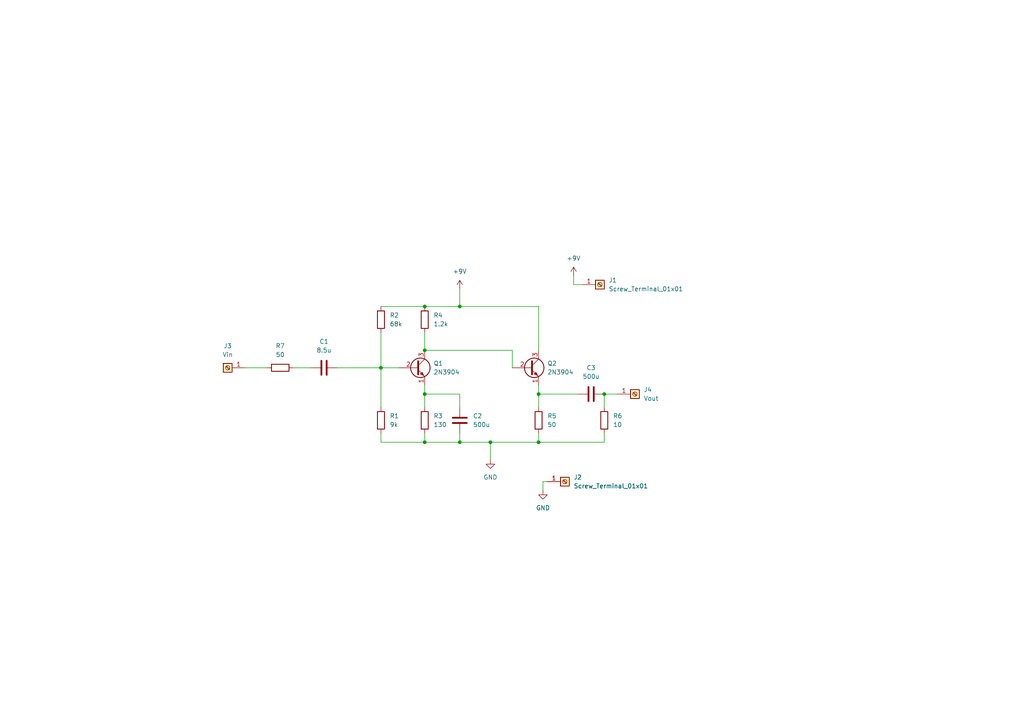
<source format=kicad_sch>
(kicad_sch (version 20230121) (generator eeschema)
  (paper "A4")
  (lib_symbols
    (symbol "Connector:Screw_Terminal_01x01" (pin_names (offset 1.016) hide)
      (property "Reference" "J" (at 0 2.54 0))
      (property "Value" "Screw_Terminal_01x01" (at 0 -2.54 0))
      (symbol "Screw_Terminal_01x01_1_1"
        (rectangle (start -1.27 1.27) (end 1.27 -1.27) (stroke (width 0.254)) (fill (type background)))
        (polyline (pts (xy -0.5334 0.3302) (xy 0.3302 -0.508)) (stroke (width 0.1524)))
        (polyline (pts (xy -0.3556 0.508) (xy 0.508 -0.3302)) (stroke (width 0.1524)))
        (circle (center 0 0) (radius 0.635) (stroke (width 0.1524)))
        (pin passive line (at -5.08 0 0) (length 3.81) (name "Pin_1") (number "1"))
      )
    )
    (symbol "Device:C" (pin_numbers hide) (pin_names (offset 0.254))
      (property "Reference" "C" (at 0.635 2.54 0))
      (property "Value" "C" (at 0.635 -2.54 0))
      (symbol "C_0_1"
        (polyline (pts (xy -2.032 -0.762) (xy 2.032 -0.762)) (stroke (width 0.508)))
        (polyline (pts (xy -2.032 0.762) (xy 2.032 0.762)) (stroke (width 0.508)))
      )
      (symbol "C_1_1"
        (pin passive line (at 0 3.81 270) (length 2.794) (name "~") (number "1"))
        (pin passive line (at 0 -3.81 90) (length 2.794) (name "~") (number "2"))
      )
    )
    (symbol "Device:R" (pin_numbers hide) (pin_names (offset 0))
      (property "Reference" "R" (at 2.032 0 90))
      (property "Value" "R" (at 0 0 90))
      (symbol "R_0_1"
        (rectangle (start -1.016 -2.54) (end 1.016 2.54) (stroke (width 0.254)))
      )
      (symbol "R_1_1"
        (pin passive line (at 0 3.81 270) (length 1.27) (name "~") (number "1"))
        (pin passive line (at 0 -3.81 90) (length 1.27) (name "~") (number "2"))
      )
    )
    (symbol "Transistor_BJT:2N3904" (pin_names (offset 0) hide)
      (property "Reference" "Q" (at 5.08 1.905 0))
      (property "Value" "2N3904" (at 5.08 0 0))
      (symbol "2N3904_0_1"
        (polyline (pts (xy 0.635 0.635) (xy 2.54 2.54)))
        (polyline (pts (xy 0.635 -0.635) (xy 2.54 -2.54) (xy 2.54 -2.54)))
        (polyline (pts (xy 0.635 1.905) (xy 0.635 -1.905) (xy 0.635 -1.905)) (stroke (width 0.508)))
        (polyline (pts (xy 1.27 -1.778) (xy 1.778 -1.27) (xy 2.286 -2.286) (xy 1.27 -1.778) (xy 1.27 -1.778)) (fill (type outline)))
        (circle (center 1.27 0) (radius 2.8194) (stroke (width 0.254)))
      )
      (symbol "2N3904_1_1"
        (pin passive line (at 2.54 -5.08 90) (length 2.54) (name "E") (number "1"))
        (pin passive line (at -5.08 0 0) (length 5.715) (name "B") (number "2"))
        (pin passive line (at 2.54 5.08 270) (length 2.54) (name "C") (number "3"))
      )
    )
    (symbol "power:+9V" (power) (pin_names (offset 0))
      (property "Value" "+9V" (at 0 3.556 0))
      (symbol "+9V_0_1"
        (polyline (pts (xy -0.762 1.27) (xy 0 2.54)))
        (polyline (pts (xy 0 0) (xy 0 2.54)))
        (polyline (pts (xy 0 2.54) (xy 0.762 1.27)))
      )
      (symbol "+9V_1_1"
        (pin power_in line (at 0 0 90) (length 0) hide (name "+9V") (number "1"))
      )
    )
    (symbol "power:GND" (power) (pin_names (offset 0))
      (property "Value" "GND" (at 0 -3.81 0))
      (symbol "GND_0_1"
        (polyline (pts (xy 0 0) (xy 0 -1.27) (xy 1.27 -1.27) (xy 0 -2.54) (xy -1.27 -1.27) (xy 0 -1.27)))
      )
      (symbol "GND_1_1"
        (pin power_in line (at 0 0 270) (length 0) hide (name "GND") (number "1"))
      )
    )
  )
  (junction (at 110.49 106.68))
  (junction (at 123.19 101.6))
  (junction (at 123.19 114.3))
  (junction (at 123.19 88.9))
  (junction (at 133.35 128.27))
  (junction (at 156.21 114.3))
  (junction (at 175.26 114.3))
  (junction (at 156.21 128.27))
  (junction (at 123.19 128.27))
  (junction (at 142.24 128.27))
  (junction (at 133.35 88.9))
  (wire (pts (xy 123.19 125.73) (xy 123.19 128.27)))
  (wire (pts (xy 123.19 128.27) (xy 110.49 128.27)))
  (wire (pts (xy 166.37 82.55) (xy 168.91 82.55)))
  (wire (pts (xy 71.12 106.68) (xy 77.47 106.68)))
  (wire (pts (xy 110.49 128.27) (xy 110.49 125.73)))
  (wire (pts (xy 157.48 139.7) (xy 157.48 142.24)))
  (wire (pts (xy 175.26 114.3) (xy 175.26 118.11)))
  (wire (pts (xy 97.79 106.68) (xy 110.49 106.68)))
  (wire (pts (xy 156.21 114.3) (xy 167.64 114.3)))
  (wire (pts (xy 142.24 128.27) (xy 156.21 128.27)))
  (wire (pts (xy 133.35 128.27) (xy 142.24 128.27)))
  (wire (pts (xy 123.19 88.9) (xy 133.35 88.9)))
  (wire (pts (xy 123.19 96.52) (xy 123.19 101.6)))
  (wire (pts (xy 110.49 96.52) (xy 110.49 106.68)))
  (wire (pts (xy 133.35 88.9) (xy 156.21 88.9)))
  (wire (pts (xy 156.21 125.73) (xy 156.21 128.27)))
  (wire (pts (xy 123.19 101.6) (xy 148.59 101.6)))
  (wire (pts (xy 148.59 106.68) (xy 148.59 101.6)))
  (wire (pts (xy 175.26 125.73) (xy 175.26 128.27)))
  (wire (pts (xy 156.21 111.76) (xy 156.21 114.3)))
  (wire (pts (xy 142.24 133.35) (xy 142.24 128.27)))
  (wire (pts (xy 156.21 114.3) (xy 156.21 118.11)))
  (wire (pts (xy 110.49 106.68) (xy 115.57 106.68)))
  (wire (pts (xy 156.21 88.9) (xy 156.21 101.6)))
  (wire (pts (xy 175.26 128.27) (xy 156.21 128.27)))
  (wire (pts (xy 133.35 128.27) (xy 123.19 128.27)))
  (wire (pts (xy 133.35 114.3) (xy 123.19 114.3)))
  (wire (pts (xy 133.35 125.73) (xy 133.35 128.27)))
  (wire (pts (xy 133.35 83.82) (xy 133.35 88.9)))
  (wire (pts (xy 166.37 80.01) (xy 166.37 82.55)))
  (wire (pts (xy 175.26 114.3) (xy 179.07 114.3)))
  (wire (pts (xy 85.09 106.68) (xy 90.17 106.68)))
  (wire (pts (xy 123.19 111.76) (xy 123.19 114.3)))
  (wire (pts (xy 123.19 114.3) (xy 123.19 118.11)))
  (wire (pts (xy 158.75 139.7) (xy 157.48 139.7)))
  (wire (pts (xy 110.49 88.9) (xy 123.19 88.9)))
  (wire (pts (xy 133.35 118.11) (xy 133.35 114.3)))
  (wire (pts (xy 110.49 106.68) (xy 110.49 118.11)))
  (symbol (lib_id "power:GND") (at 142.24 133.35 0) (unit 1)
    (property "Reference" "#PWR02" (effects hide))
    (property "Value" "GND" (at 142.24 138.43 0))
  )
  (symbol (lib_id "Connector:Screw_Terminal_01x01") (at 184.15 114.3 0) (unit 1)
    (property "Reference" "J4" (at 186.69 113.03 0) (effects (justify left)))
    (property "Value" "Vout" (at 186.69 115.57 0) (effects (justify left)))
    (property "Footprint" "TerminalBlock_MetzConnect:TerminalBlock_MetzConnect_360271_1x01_Horizontal_ScrewM3.0_Boxed" (effects hide))
  )
  (symbol (lib_id "Transistor_BJT:2N3904") (at 153.67 106.68 0) (unit 1)
    (property "Reference" "Q2" (at 158.75 105.41 0) (effects (justify left)))
    (property "Value" "2N3904" (at 158.75 107.95 0) (effects (justify left)))
    (property "Footprint" "Package_TO_SOT_THT:TO-92_Inline" (effects hide))
    (property "Datasheet" "https://www.onsemi.com/pub/Collateral/2N3903-D.PDF" (effects hide))
  )
  (symbol (lib_id "Connector:Screw_Terminal_01x01") (at 66.04 106.68 180) (unit 1)
    (property "Reference" "J3" (at 66.04 100.33 0))
    (property "Value" "Vin" (at 66.04 102.87 0))
    (property "Footprint" "TerminalBlock_MetzConnect:TerminalBlock_MetzConnect_360271_1x01_Horizontal_ScrewM3.0_Boxed" (effects hide))
  )
  (symbol (lib_id "Device:C") (at 171.45 114.3 270) (unit 1)
    (property "Reference" "C3" (at 171.45 106.68 90))
    (property "Value" "500u" (at 171.45 109.22 90))
    (property "Footprint" "Capacitor_SMD:C_0805_2012Metric_Pad1.18x1.45mm_HandSolder" (effects hide))
  )
  (symbol (lib_id "power:GND") (at 157.48 142.24 0) (unit 1)
    (property "Reference" "#PWR04" (effects hide))
    (property "Value" "GND" (at 157.48 147.32 0))
  )
  (symbol (lib_id "Transistor_BJT:2N3904") (at 120.65 106.68 0) (unit 1)
    (property "Reference" "Q1" (at 125.73 105.41 0) (effects (justify left)))
    (property "Value" "2N3904" (at 125.73 107.95 0) (effects (justify left)))
    (property "Footprint" "Package_TO_SOT_THT:TO-92_Inline" (effects hide))
    (property "Datasheet" "https://www.onsemi.com/pub/Collateral/2N3903-D.PDF" (effects hide))
  )
  (symbol (lib_id "Device:R") (at 110.49 92.71 0) (unit 1)
    (property "Reference" "R2" (at 113.03 91.44 0) (effects (justify left)))
    (property "Value" "68k" (at 113.03 93.98 0) (effects (justify left)))
    (property "Footprint" "Resistor_SMD:R_0805_2012Metric_Pad1.20x1.40mm_HandSolder" (effects hide))
  )
  (symbol (lib_id "Device:C") (at 133.35 121.92 180) (unit 1)
    (property "Reference" "C2" (at 137.16 120.65 0) (effects (justify right)))
    (property "Value" "500u" (at 137.16 123.19 0) (effects (justify right)))
    (property "Footprint" "Capacitor_SMD:C_0805_2012Metric_Pad1.18x1.45mm_HandSolder" (effects hide))
  )
  (symbol (lib_id "Connector:Screw_Terminal_01x01") (at 163.83 139.7 0) (unit 1)
    (property "Reference" "J2" (at 166.37 138.43 0) (effects (justify left)))
    (property "Value" "Screw_Terminal_01x01" (at 166.37 140.97 0) (effects (justify left)))
    (property "Footprint" "TerminalBlock_MetzConnect:TerminalBlock_MetzConnect_360271_1x01_Horizontal_ScrewM3.0_Boxed" (effects hide))
  )
  (symbol (lib_id "Device:R") (at 156.21 121.92 0) (unit 1)
    (property "Reference" "R5" (at 158.75 120.65 0) (effects (justify left)))
    (property "Value" "50" (at 158.75 123.19 0) (effects (justify left)))
    (property "Footprint" "Resistor_SMD:R_0805_2012Metric_Pad1.20x1.40mm_HandSolder" (effects hide))
  )
  (symbol (lib_id "Device:R") (at 123.19 121.92 0) (unit 1)
    (property "Reference" "R3" (at 125.73 120.65 0) (effects (justify left)))
    (property "Value" "130" (at 125.73 123.19 0) (effects (justify left)))
    (property "Footprint" "Resistor_SMD:R_0805_2012Metric_Pad1.20x1.40mm_HandSolder" (effects hide))
  )
  (symbol (lib_id "Device:R") (at 123.19 92.71 0) (unit 1)
    (property "Reference" "R4" (at 125.73 91.44 0) (effects (justify left)))
    (property "Value" "1.2k" (at 125.73 93.98 0) (effects (justify left)))
    (property "Footprint" "Resistor_SMD:R_0805_2012Metric_Pad1.20x1.40mm_HandSolder" (effects hide))
  )
  (symbol (lib_id "Device:R") (at 81.28 106.68 90) (unit 1)
    (property "Reference" "R7" (at 81.28 100.33 90))
    (property "Value" "50" (at 81.28 102.87 90))
    (property "Footprint" "Resistor_SMD:R_0805_2012Metric_Pad1.20x1.40mm_HandSolder" (effects hide))
  )
  (symbol (lib_id "Device:C") (at 93.98 106.68 90) (unit 1)
    (property "Reference" "C1" (at 93.98 99.06 90))
    (property "Value" "8.5u" (at 93.98 101.6 90))
    (property "Footprint" "Capacitor_SMD:C_0805_2012Metric_Pad1.18x1.45mm_HandSolder" (effects hide))
  )
  (symbol (lib_id "Device:R") (at 110.49 121.92 0) (unit 1)
    (property "Reference" "R1" (at 113.03 120.65 0) (effects (justify left)))
    (property "Value" "9k" (at 113.03 123.19 0) (effects (justify left)))
    (property "Footprint" "Resistor_SMD:R_0805_2012Metric_Pad1.20x1.40mm_HandSolder" (effects hide))
  )
  (symbol (lib_id "Connector:Screw_Terminal_01x01") (at 173.99 82.55 0) (unit 1)
    (property "Reference" "J1" (at 176.53 81.28 0) (effects (justify left)))
    (property "Value" "Screw_Terminal_01x01" (at 176.53 83.82 0) (effects (justify left)))
    (property "Footprint" "TerminalBlock_MetzConnect:TerminalBlock_MetzConnect_360271_1x01_Horizontal_ScrewM3.0_Boxed" (effects hide))
  )
  (symbol (lib_id "power:+9V") (at 133.35 83.82 0) (unit 1)
    (property "Reference" "#PWR03" (effects hide))
    (property "Value" "+9V" (at 133.35 78.74 0))
  )
  (symbol (lib_id "power:+9V") (at 166.37 80.01 0) (unit 1)
    (property "Reference" "#PWR01" (effects hide))
    (property "Value" "+9V" (at 166.37 74.93 0))
  )
  (symbol (lib_id "Device:R") (at 175.26 121.92 0) (unit 1)
    (property "Reference" "R6" (at 177.8 120.65 0) (effects (justify left)))
    (property "Value" "10" (at 177.8 123.19 0) (effects (justify left)))
    (property "Footprint" "Resistor_SMD:R_0805_2012Metric_Pad1.20x1.40mm_HandSolder" (effects hide))
  )
)
</source>
